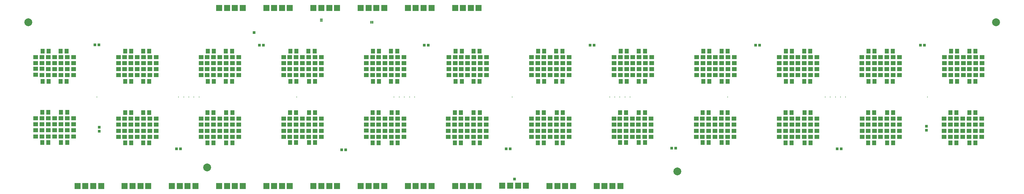
<source format=gts>
G04*
G04 #@! TF.GenerationSoftware,Altium Limited,Altium Designer,18.1.7 (191)*
G04*
G04 Layer_Color=8388736*
%FSLAX44Y44*%
%MOMM*%
G71*
G01*
G75*
%ADD20C,2.0000*%
%ADD21R,1.1332X1.1832*%
%ADD22R,1.1832X1.1332*%
%ADD23R,0.8032X0.8032*%
%ADD24R,0.8032X0.8032*%
%ADD25R,1.6332X1.6332*%
%ADD26R,0.4032X0.8032*%
%ADD27R,0.8032X0.4032*%
%ADD28C,0.2032*%
D20*
X615000Y180000D02*
D03*
X1810000Y170000D02*
D03*
X2620000Y550000D02*
D03*
X160000D02*
D03*
D21*
X195300Y244000D02*
D03*
X210700D02*
D03*
X195300Y321000D02*
D03*
X210700D02*
D03*
X406300Y243000D02*
D03*
X421700D02*
D03*
X615300Y320000D02*
D03*
X630700D02*
D03*
X663300Y243000D02*
D03*
X678700D02*
D03*
X873300Y244000D02*
D03*
X888700D02*
D03*
X1083300Y243000D02*
D03*
X1098700D02*
D03*
X1083300Y320000D02*
D03*
X1098700D02*
D03*
X1035300Y243000D02*
D03*
X1050700D02*
D03*
X1292300Y243000D02*
D03*
X1307700D02*
D03*
X1455300D02*
D03*
X1470700D02*
D03*
X1664300Y244000D02*
D03*
X1679700D02*
D03*
X1874300D02*
D03*
X1889700D02*
D03*
X2133300Y243000D02*
D03*
X2148700D02*
D03*
X2085300Y320000D02*
D03*
X2100700D02*
D03*
X2295300Y243000D02*
D03*
X2310700D02*
D03*
X2295300Y320000D02*
D03*
X2310700D02*
D03*
X2504300Y243000D02*
D03*
X2519700D02*
D03*
X2552300Y320000D02*
D03*
X2567700D02*
D03*
X1874300D02*
D03*
X1889700D02*
D03*
X1712300D02*
D03*
X1727700D02*
D03*
X1455300D02*
D03*
X1470700D02*
D03*
X1244300D02*
D03*
X1259700D02*
D03*
X873300Y320000D02*
D03*
X888700D02*
D03*
X406300Y320000D02*
D03*
X421700D02*
D03*
X1035300Y320000D02*
D03*
X1050700D02*
D03*
X243300Y244000D02*
D03*
X258700D02*
D03*
X452300Y243000D02*
D03*
X467700D02*
D03*
X825300Y244000D02*
D03*
X840700D02*
D03*
X1244300Y243000D02*
D03*
X1259700D02*
D03*
X1503300D02*
D03*
X1518700D02*
D03*
X1712300Y244000D02*
D03*
X1727700D02*
D03*
X1922300D02*
D03*
X1937700D02*
D03*
X663300Y320000D02*
D03*
X678700D02*
D03*
X2504300Y320000D02*
D03*
X2519700D02*
D03*
X2343300D02*
D03*
X2358700D02*
D03*
X2133300D02*
D03*
X2148700D02*
D03*
X615300Y243000D02*
D03*
X630700D02*
D03*
X2085300Y243000D02*
D03*
X2100700D02*
D03*
X2343300D02*
D03*
X2358700D02*
D03*
X2552300D02*
D03*
X2567700D02*
D03*
X1922300Y320000D02*
D03*
X1937700D02*
D03*
X1664300D02*
D03*
X1679700D02*
D03*
X1292300D02*
D03*
X1307700D02*
D03*
X1503300D02*
D03*
X1518700D02*
D03*
X825300Y320000D02*
D03*
X840700D02*
D03*
X243300Y321000D02*
D03*
X258700D02*
D03*
X452300Y320000D02*
D03*
X467700D02*
D03*
X467700Y400000D02*
D03*
X452300D02*
D03*
X421700Y477000D02*
D03*
X406300D02*
D03*
X873300Y400000D02*
D03*
X888700D02*
D03*
X1246600Y400000D02*
D03*
X1262000D02*
D03*
X1246600Y477000D02*
D03*
X1262000D02*
D03*
X1456300Y400000D02*
D03*
X1471700D02*
D03*
X1502300Y477000D02*
D03*
X1517700D02*
D03*
X1712300Y400000D02*
D03*
X1727700D02*
D03*
X2296300Y477000D02*
D03*
X2311700D02*
D03*
X1876300Y400000D02*
D03*
X1891700D02*
D03*
X1712300Y477000D02*
D03*
X1727700D02*
D03*
X1876300D02*
D03*
X1891700D02*
D03*
X2132300Y400000D02*
D03*
X2147700D02*
D03*
X2086300Y477000D02*
D03*
X2101700D02*
D03*
X2342300Y400000D02*
D03*
X2357700D02*
D03*
X2506300D02*
D03*
X2521700D02*
D03*
X2342300Y477000D02*
D03*
X2357700D02*
D03*
X2552300D02*
D03*
X2567700D02*
D03*
X196300Y400000D02*
D03*
X211700D02*
D03*
X1292000D02*
D03*
X1307400D02*
D03*
X662300D02*
D03*
X677700D02*
D03*
X1036300D02*
D03*
X1051700D02*
D03*
X242300D02*
D03*
X257700D02*
D03*
X196300Y477000D02*
D03*
X211700D02*
D03*
X616300Y400000D02*
D03*
X631700D02*
D03*
X826300Y400000D02*
D03*
X841700D02*
D03*
X662300Y477000D02*
D03*
X677700D02*
D03*
X826300Y477000D02*
D03*
X841700D02*
D03*
X1036300Y477000D02*
D03*
X1051700D02*
D03*
X1082300Y400000D02*
D03*
X1097700D02*
D03*
X2296300D02*
D03*
X2311700D02*
D03*
X2506300Y477000D02*
D03*
X2521700D02*
D03*
X406300Y400000D02*
D03*
X421700D02*
D03*
X467700Y477000D02*
D03*
X452300D02*
D03*
X1292000D02*
D03*
X1307400D02*
D03*
X1502300Y400000D02*
D03*
X1517700D02*
D03*
X1456300Y477000D02*
D03*
X1471700D02*
D03*
X1666300Y400000D02*
D03*
X1681700D02*
D03*
X1666300Y477000D02*
D03*
X1681700D02*
D03*
X1922300Y400000D02*
D03*
X1937700D02*
D03*
X1922300Y477000D02*
D03*
X1937700D02*
D03*
X2086300Y400000D02*
D03*
X2101700D02*
D03*
X2132300Y477000D02*
D03*
X2147700D02*
D03*
X2552300Y400000D02*
D03*
X2567700D02*
D03*
X242300Y477000D02*
D03*
X257700D02*
D03*
X616300D02*
D03*
X631700D02*
D03*
X872300Y477000D02*
D03*
X887700D02*
D03*
X1082300Y477000D02*
D03*
X1097700D02*
D03*
D22*
X437000Y273700D02*
D03*
Y258300D02*
D03*
X469000Y273700D02*
D03*
Y258300D02*
D03*
X405000Y273700D02*
D03*
Y258300D02*
D03*
X195000Y259300D02*
D03*
Y274700D02*
D03*
X211000Y305700D02*
D03*
Y290300D02*
D03*
X227000Y259300D02*
D03*
Y274700D02*
D03*
X259000Y274700D02*
D03*
Y259300D02*
D03*
X243000Y305700D02*
D03*
Y290300D02*
D03*
X275000Y290300D02*
D03*
Y305700D02*
D03*
X663000Y273700D02*
D03*
Y258300D02*
D03*
X695000Y273700D02*
D03*
Y258300D02*
D03*
X615000Y258300D02*
D03*
Y273700D02*
D03*
X599000Y304700D02*
D03*
Y289300D02*
D03*
X809000Y258300D02*
D03*
Y273700D02*
D03*
X631000Y304700D02*
D03*
Y289300D02*
D03*
X647000Y273700D02*
D03*
Y258300D02*
D03*
X841000Y273700D02*
D03*
Y258300D02*
D03*
X663000Y304700D02*
D03*
Y289300D02*
D03*
X695000Y304700D02*
D03*
Y289300D02*
D03*
X1083000Y273700D02*
D03*
Y258300D02*
D03*
X873000Y273700D02*
D03*
Y258300D02*
D03*
X905000Y273700D02*
D03*
Y258300D02*
D03*
X1276000Y273700D02*
D03*
Y258300D02*
D03*
X1308000Y273700D02*
D03*
Y258300D02*
D03*
X1244000Y273700D02*
D03*
Y258300D02*
D03*
X1099000Y273700D02*
D03*
Y258300D02*
D03*
X1083000Y289300D02*
D03*
Y304700D02*
D03*
X1324000Y273700D02*
D03*
Y258300D02*
D03*
X1455000Y273700D02*
D03*
Y258300D02*
D03*
X1487000Y273700D02*
D03*
Y258300D02*
D03*
X1519000Y273700D02*
D03*
Y258300D02*
D03*
X1664000Y273700D02*
D03*
Y258300D02*
D03*
X1503000Y304700D02*
D03*
Y289300D02*
D03*
X1535000Y304700D02*
D03*
Y289300D02*
D03*
X1649000Y304700D02*
D03*
Y289300D02*
D03*
X1874000Y273700D02*
D03*
Y258300D02*
D03*
X1906000Y273700D02*
D03*
Y258300D02*
D03*
X1696000Y273700D02*
D03*
Y258300D02*
D03*
X1727000Y273700D02*
D03*
Y258300D02*
D03*
X1680000Y304700D02*
D03*
Y289300D02*
D03*
X1711000Y304700D02*
D03*
Y289300D02*
D03*
X1743000Y304700D02*
D03*
Y289300D02*
D03*
X2133000Y273700D02*
D03*
Y258300D02*
D03*
X2101000Y273700D02*
D03*
Y258300D02*
D03*
X2165000Y273700D02*
D03*
Y258300D02*
D03*
X1938000Y273700D02*
D03*
Y258300D02*
D03*
X2069000Y304700D02*
D03*
Y289300D02*
D03*
X2327000Y273700D02*
D03*
Y258300D02*
D03*
X2295000Y273700D02*
D03*
Y258300D02*
D03*
X2359000Y273700D02*
D03*
Y258300D02*
D03*
X2085000Y273700D02*
D03*
Y258300D02*
D03*
X2101000Y304700D02*
D03*
Y289300D02*
D03*
X2133000Y304700D02*
D03*
Y289300D02*
D03*
X2165000Y304700D02*
D03*
Y289300D02*
D03*
X889000Y289300D02*
D03*
Y304700D02*
D03*
X485000Y304700D02*
D03*
Y289300D02*
D03*
X2536000Y273700D02*
D03*
Y258300D02*
D03*
X2504000Y273700D02*
D03*
Y258300D02*
D03*
X2311000Y304700D02*
D03*
Y289300D02*
D03*
X2280000Y304700D02*
D03*
Y289300D02*
D03*
X2375000Y304700D02*
D03*
Y289300D02*
D03*
X2343000Y304700D02*
D03*
Y289300D02*
D03*
X2552000Y304700D02*
D03*
Y289300D02*
D03*
X1922000Y304700D02*
D03*
Y289300D02*
D03*
X1954000Y304700D02*
D03*
Y289300D02*
D03*
X1858000Y304700D02*
D03*
Y289300D02*
D03*
X1890000Y304700D02*
D03*
Y289300D02*
D03*
X1439000Y304700D02*
D03*
Y289300D02*
D03*
X1471000Y304700D02*
D03*
Y289300D02*
D03*
X1324000Y304700D02*
D03*
Y289300D02*
D03*
X1292000Y304700D02*
D03*
Y289300D02*
D03*
X1260000Y304700D02*
D03*
Y289300D02*
D03*
X1228000Y304700D02*
D03*
Y289300D02*
D03*
X825000Y304700D02*
D03*
Y289300D02*
D03*
X857000Y304700D02*
D03*
Y289300D02*
D03*
X453000Y304700D02*
D03*
Y289300D02*
D03*
X389000Y289300D02*
D03*
Y304700D02*
D03*
X421000Y304700D02*
D03*
Y289300D02*
D03*
X179000Y290300D02*
D03*
Y305700D02*
D03*
X2584000Y304700D02*
D03*
Y289300D02*
D03*
X2504000Y304700D02*
D03*
Y289300D02*
D03*
X2536000Y304700D02*
D03*
Y289300D02*
D03*
X2568000Y273700D02*
D03*
Y258300D02*
D03*
X179000Y274700D02*
D03*
Y259300D02*
D03*
X211000Y259300D02*
D03*
Y274700D02*
D03*
X243000Y259300D02*
D03*
Y274700D02*
D03*
X275000Y259300D02*
D03*
Y274700D02*
D03*
X485000Y273700D02*
D03*
Y258300D02*
D03*
X599000Y258300D02*
D03*
Y273700D02*
D03*
X631000Y258300D02*
D03*
Y273700D02*
D03*
X857000Y258300D02*
D03*
Y273700D02*
D03*
X889000Y273700D02*
D03*
Y258300D02*
D03*
X825000Y258300D02*
D03*
Y273700D02*
D03*
X1019000Y274000D02*
D03*
Y258600D02*
D03*
X1067000Y273700D02*
D03*
Y258300D02*
D03*
X1035000Y273700D02*
D03*
Y258300D02*
D03*
X1051000Y304700D02*
D03*
Y289300D02*
D03*
X1115000Y304700D02*
D03*
Y289300D02*
D03*
X1503000Y273700D02*
D03*
Y258300D02*
D03*
X1535000Y273700D02*
D03*
Y258300D02*
D03*
X1439000Y273700D02*
D03*
Y258300D02*
D03*
X1471000Y273700D02*
D03*
Y258300D02*
D03*
X1680000Y273700D02*
D03*
Y258300D02*
D03*
X1649000Y273700D02*
D03*
Y258300D02*
D03*
X1711000Y273700D02*
D03*
Y258300D02*
D03*
X1743000Y273700D02*
D03*
Y258300D02*
D03*
X1954000Y273700D02*
D03*
Y258300D02*
D03*
X1922000Y273700D02*
D03*
Y258300D02*
D03*
X2069000Y273700D02*
D03*
Y258300D02*
D03*
X2280000Y273700D02*
D03*
Y258300D02*
D03*
X2520000Y304700D02*
D03*
Y289300D02*
D03*
X2488000Y304700D02*
D03*
Y289300D02*
D03*
X2327000Y304700D02*
D03*
Y289300D02*
D03*
X2295000Y304700D02*
D03*
Y289300D02*
D03*
X2359000Y304700D02*
D03*
Y289300D02*
D03*
X2085000Y304700D02*
D03*
Y289300D02*
D03*
X2117000Y304700D02*
D03*
Y289300D02*
D03*
X2149000Y304700D02*
D03*
Y289300D02*
D03*
X1664000Y304700D02*
D03*
Y289300D02*
D03*
X1727000Y304700D02*
D03*
Y289300D02*
D03*
X1696000Y304700D02*
D03*
Y289300D02*
D03*
X1519000Y304700D02*
D03*
Y289300D02*
D03*
X1487000Y304700D02*
D03*
Y289300D02*
D03*
X647000Y304700D02*
D03*
Y289300D02*
D03*
X679000Y304700D02*
D03*
Y289300D02*
D03*
X615000Y304700D02*
D03*
Y289300D02*
D03*
X259000Y305700D02*
D03*
Y290300D02*
D03*
X227000Y305700D02*
D03*
Y290300D02*
D03*
X195000Y305700D02*
D03*
Y290300D02*
D03*
X453000Y273700D02*
D03*
Y258300D02*
D03*
X389000Y273700D02*
D03*
Y258300D02*
D03*
X421000Y273700D02*
D03*
Y258300D02*
D03*
X679000Y273700D02*
D03*
Y258300D02*
D03*
X1115000Y274000D02*
D03*
Y258600D02*
D03*
X1051000Y273700D02*
D03*
Y258300D02*
D03*
X1035000Y304700D02*
D03*
Y289300D02*
D03*
X1292000Y273700D02*
D03*
Y258300D02*
D03*
X1260000Y273700D02*
D03*
Y258300D02*
D03*
X1228000Y273700D02*
D03*
Y258300D02*
D03*
X1858000Y273700D02*
D03*
Y258300D02*
D03*
X1890000Y273700D02*
D03*
Y258300D02*
D03*
X2117000Y273700D02*
D03*
Y258300D02*
D03*
X2149000Y273700D02*
D03*
Y258300D02*
D03*
X2311000Y273700D02*
D03*
Y258300D02*
D03*
X2343000Y273700D02*
D03*
Y258300D02*
D03*
X2375000Y273700D02*
D03*
Y258300D02*
D03*
X469000Y289300D02*
D03*
Y304700D02*
D03*
X2488000Y273700D02*
D03*
Y258300D02*
D03*
X2552000Y273700D02*
D03*
Y258300D02*
D03*
X2520000Y273700D02*
D03*
Y258300D02*
D03*
X1938000Y304700D02*
D03*
Y289300D02*
D03*
X1874000Y304700D02*
D03*
Y289300D02*
D03*
X1906000Y304700D02*
D03*
Y289300D02*
D03*
X1455000Y304700D02*
D03*
Y289300D02*
D03*
X1276000Y304700D02*
D03*
Y289300D02*
D03*
X1308000Y304700D02*
D03*
Y289300D02*
D03*
X1244000Y304700D02*
D03*
Y289300D02*
D03*
X873000Y304700D02*
D03*
Y289300D02*
D03*
X905000Y304700D02*
D03*
Y289300D02*
D03*
X809000Y304700D02*
D03*
Y289300D02*
D03*
X841000Y304700D02*
D03*
Y289300D02*
D03*
X437000Y304700D02*
D03*
Y289300D02*
D03*
X405000Y304700D02*
D03*
Y289300D02*
D03*
X2584000Y273700D02*
D03*
Y258300D02*
D03*
X2568000Y304700D02*
D03*
Y289300D02*
D03*
X1019000Y304700D02*
D03*
Y289300D02*
D03*
X1067000Y304700D02*
D03*
Y289300D02*
D03*
X1099000Y304700D02*
D03*
Y289300D02*
D03*
X195000Y431400D02*
D03*
Y416000D02*
D03*
X227000Y415300D02*
D03*
Y430700D02*
D03*
X259000Y430700D02*
D03*
Y415300D02*
D03*
X421000Y430700D02*
D03*
Y415300D02*
D03*
X453000Y430700D02*
D03*
Y415300D02*
D03*
X485000Y415300D02*
D03*
Y430700D02*
D03*
X405000Y415300D02*
D03*
Y430700D02*
D03*
X389000Y461700D02*
D03*
Y446300D02*
D03*
X421000Y461700D02*
D03*
Y446300D02*
D03*
X453000Y446300D02*
D03*
Y461700D02*
D03*
X485000Y446300D02*
D03*
Y461700D02*
D03*
X599000Y415300D02*
D03*
Y430700D02*
D03*
X631000Y430700D02*
D03*
Y415300D02*
D03*
X663000Y430700D02*
D03*
Y415300D02*
D03*
X695000Y430700D02*
D03*
Y415300D02*
D03*
X809000Y430700D02*
D03*
Y415300D02*
D03*
X873000Y430700D02*
D03*
Y415300D02*
D03*
X841000Y430700D02*
D03*
Y415300D02*
D03*
X857000Y430700D02*
D03*
Y415300D02*
D03*
X809000Y461700D02*
D03*
Y446300D02*
D03*
X1035000Y430700D02*
D03*
Y415300D02*
D03*
X1067000Y430700D02*
D03*
Y415300D02*
D03*
X1099000Y430700D02*
D03*
Y415300D02*
D03*
X1051000Y461700D02*
D03*
Y446300D02*
D03*
X1083000Y461700D02*
D03*
Y446300D02*
D03*
X1115000Y461700D02*
D03*
Y446300D02*
D03*
X1277000Y430700D02*
D03*
Y415300D02*
D03*
X1309000Y430700D02*
D03*
Y415300D02*
D03*
X1245000Y430700D02*
D03*
Y415300D02*
D03*
X1519000Y430700D02*
D03*
Y415300D02*
D03*
X1439000Y430700D02*
D03*
Y415300D02*
D03*
X1471000Y430700D02*
D03*
Y415300D02*
D03*
X1503000Y430700D02*
D03*
Y415300D02*
D03*
X1455000Y461700D02*
D03*
Y446300D02*
D03*
X1487000Y461700D02*
D03*
Y446300D02*
D03*
X1519000Y461700D02*
D03*
Y446300D02*
D03*
X1649000Y430700D02*
D03*
Y415300D02*
D03*
X1745000Y430700D02*
D03*
Y415300D02*
D03*
X1713000Y430700D02*
D03*
Y415300D02*
D03*
X1681000Y430700D02*
D03*
Y415300D02*
D03*
X1665000Y461700D02*
D03*
Y446300D02*
D03*
X1697000Y461700D02*
D03*
Y446300D02*
D03*
X1907000Y430700D02*
D03*
Y415300D02*
D03*
X1939000Y430700D02*
D03*
Y415300D02*
D03*
X1875000Y430700D02*
D03*
Y415300D02*
D03*
X1859000Y461700D02*
D03*
Y446300D02*
D03*
X1891000Y461700D02*
D03*
Y446300D02*
D03*
X1923000Y461700D02*
D03*
Y446300D02*
D03*
X1955000Y461700D02*
D03*
Y446300D02*
D03*
X2069000Y430700D02*
D03*
Y415300D02*
D03*
X2101000Y430700D02*
D03*
Y415300D02*
D03*
X2133000Y430700D02*
D03*
Y415300D02*
D03*
X2165000Y430700D02*
D03*
Y415300D02*
D03*
X2069000Y461700D02*
D03*
Y446300D02*
D03*
X2101000Y461700D02*
D03*
Y446300D02*
D03*
X2133000Y461700D02*
D03*
Y446300D02*
D03*
X2165000Y461700D02*
D03*
Y446300D02*
D03*
X2521000Y461700D02*
D03*
Y446300D02*
D03*
X2553000Y461700D02*
D03*
Y446300D02*
D03*
X2311000Y430700D02*
D03*
Y415300D02*
D03*
X2279000Y430700D02*
D03*
Y415300D02*
D03*
X2375000Y430700D02*
D03*
Y415300D02*
D03*
X2343000Y430700D02*
D03*
Y415300D02*
D03*
X2327000Y461700D02*
D03*
Y446300D02*
D03*
X2295000Y461700D02*
D03*
Y446300D02*
D03*
X2359000Y461700D02*
D03*
Y446300D02*
D03*
X2505000Y430700D02*
D03*
Y415300D02*
D03*
X2537000Y430700D02*
D03*
Y415300D02*
D03*
X2585000Y461700D02*
D03*
Y446300D02*
D03*
X2505000Y461700D02*
D03*
Y446300D02*
D03*
X2569000Y430700D02*
D03*
Y415300D02*
D03*
X275000Y430700D02*
D03*
Y415300D02*
D03*
X243000Y415300D02*
D03*
Y430700D02*
D03*
X179000Y446300D02*
D03*
Y461700D02*
D03*
X211000Y461700D02*
D03*
Y446300D02*
D03*
X243000Y461700D02*
D03*
Y446300D02*
D03*
X275000Y446300D02*
D03*
Y461700D02*
D03*
X389000Y415300D02*
D03*
Y430700D02*
D03*
X647000Y430700D02*
D03*
Y415300D02*
D03*
X679000Y415300D02*
D03*
Y430700D02*
D03*
X615000Y430700D02*
D03*
Y415300D02*
D03*
Y461700D02*
D03*
Y446300D02*
D03*
X647000Y461700D02*
D03*
Y446300D02*
D03*
X679000Y461700D02*
D03*
Y446300D02*
D03*
X825000Y430700D02*
D03*
Y415300D02*
D03*
X857000Y461700D02*
D03*
Y446300D02*
D03*
X905000Y461700D02*
D03*
Y446300D02*
D03*
X1019000Y430700D02*
D03*
Y415300D02*
D03*
X1083000Y430700D02*
D03*
Y415300D02*
D03*
X1115000Y430700D02*
D03*
Y415300D02*
D03*
X1051000Y430700D02*
D03*
Y415300D02*
D03*
X1019000Y461700D02*
D03*
Y446300D02*
D03*
X1229000Y461700D02*
D03*
Y446300D02*
D03*
X1261000Y461700D02*
D03*
Y446300D02*
D03*
X1293000Y461700D02*
D03*
Y446300D02*
D03*
X1325000Y461700D02*
D03*
Y446300D02*
D03*
X1455000Y430700D02*
D03*
Y415300D02*
D03*
X1487000Y430700D02*
D03*
Y415300D02*
D03*
X2311000Y461700D02*
D03*
Y446300D02*
D03*
X2279000Y461700D02*
D03*
Y446300D02*
D03*
X2375000Y461700D02*
D03*
Y446300D02*
D03*
X2343000Y461700D02*
D03*
Y446300D02*
D03*
X1729000Y461700D02*
D03*
Y446300D02*
D03*
X1891000Y430700D02*
D03*
Y415300D02*
D03*
X1859000Y430700D02*
D03*
Y415300D02*
D03*
X2327000Y430700D02*
D03*
Y415300D02*
D03*
X2295000Y430700D02*
D03*
Y415300D02*
D03*
X2489000Y461700D02*
D03*
Y446300D02*
D03*
X2359000Y430700D02*
D03*
Y415300D02*
D03*
X211000Y430700D02*
D03*
Y415300D02*
D03*
X179000Y431700D02*
D03*
Y416300D02*
D03*
X437000Y415300D02*
D03*
Y430700D02*
D03*
X469000Y415300D02*
D03*
Y430700D02*
D03*
X405000Y446300D02*
D03*
Y461700D02*
D03*
X437000Y446300D02*
D03*
Y461700D02*
D03*
X469000Y461700D02*
D03*
Y446300D02*
D03*
X695000Y461700D02*
D03*
Y446300D02*
D03*
X905000Y430700D02*
D03*
Y415300D02*
D03*
X889000Y430700D02*
D03*
Y415300D02*
D03*
X841000Y461700D02*
D03*
Y446300D02*
D03*
X1035000Y461700D02*
D03*
Y446300D02*
D03*
X1067000Y461700D02*
D03*
Y446300D02*
D03*
X1099000Y461700D02*
D03*
Y446300D02*
D03*
X1325000Y430700D02*
D03*
Y415300D02*
D03*
X1293000Y430700D02*
D03*
Y415300D02*
D03*
X1261000Y430700D02*
D03*
Y415300D02*
D03*
X1229000Y430700D02*
D03*
Y415300D02*
D03*
X1535000Y430700D02*
D03*
Y415300D02*
D03*
X1439000Y461700D02*
D03*
Y446300D02*
D03*
X1471000Y461700D02*
D03*
Y446300D02*
D03*
X1503000Y461700D02*
D03*
Y446300D02*
D03*
X1535000Y461700D02*
D03*
Y446300D02*
D03*
X1665000Y430700D02*
D03*
Y415300D02*
D03*
X1729000Y430700D02*
D03*
Y415300D02*
D03*
X1697000Y430700D02*
D03*
Y415300D02*
D03*
X1649000Y461700D02*
D03*
Y446300D02*
D03*
X1681000Y461700D02*
D03*
Y446300D02*
D03*
X1713000Y461700D02*
D03*
Y446300D02*
D03*
X1923000Y430700D02*
D03*
Y415300D02*
D03*
X1955000Y430700D02*
D03*
Y415300D02*
D03*
X1875000Y461700D02*
D03*
Y446300D02*
D03*
X1907000Y461700D02*
D03*
Y446300D02*
D03*
X1939000Y461700D02*
D03*
Y446300D02*
D03*
X2085000Y430700D02*
D03*
Y415300D02*
D03*
X2117000Y430700D02*
D03*
Y415300D02*
D03*
X2149000Y430700D02*
D03*
Y415300D02*
D03*
X2085000Y461700D02*
D03*
Y446300D02*
D03*
X2117000Y461700D02*
D03*
Y446300D02*
D03*
X2149000Y461700D02*
D03*
Y446300D02*
D03*
X2537000Y461700D02*
D03*
Y446300D02*
D03*
X2521000Y430700D02*
D03*
Y415300D02*
D03*
X2553000Y430700D02*
D03*
Y415300D02*
D03*
X2489000Y430700D02*
D03*
Y415300D02*
D03*
X2569000Y461700D02*
D03*
Y446300D02*
D03*
X2585000Y430700D02*
D03*
Y415300D02*
D03*
X195000Y446300D02*
D03*
Y461700D02*
D03*
X227000Y461700D02*
D03*
Y446300D02*
D03*
X259000Y446300D02*
D03*
Y461700D02*
D03*
X599000Y461700D02*
D03*
Y446300D02*
D03*
X631000Y446300D02*
D03*
Y461700D02*
D03*
X663000Y461700D02*
D03*
Y446300D02*
D03*
X825000Y461700D02*
D03*
Y446300D02*
D03*
X873000Y461700D02*
D03*
Y446300D02*
D03*
X889000Y461700D02*
D03*
Y446300D02*
D03*
X1245000Y461700D02*
D03*
Y446300D02*
D03*
X1277000Y461700D02*
D03*
Y446300D02*
D03*
X1309000Y461700D02*
D03*
Y446300D02*
D03*
X1745000Y461700D02*
D03*
Y446300D02*
D03*
D23*
X340000Y272920D02*
D03*
Y283080D02*
D03*
X2443000Y285080D02*
D03*
Y274920D02*
D03*
D24*
X967080Y225000D02*
D03*
X956920D02*
D03*
X1795920Y229000D02*
D03*
X1806080D02*
D03*
X547080Y228000D02*
D03*
X536920D02*
D03*
X1385080Y228000D02*
D03*
X1374920D02*
D03*
X2216920Y228000D02*
D03*
X2227080D02*
D03*
X2427920Y492000D02*
D03*
X2438080D02*
D03*
X1587920D02*
D03*
X1598080D02*
D03*
X1166920D02*
D03*
X1177080D02*
D03*
X2008920Y492000D02*
D03*
X2019080D02*
D03*
X758080Y492000D02*
D03*
X747920D02*
D03*
X339080Y493000D02*
D03*
X328920D02*
D03*
D25*
X705000Y133000D02*
D03*
X685000D02*
D03*
X665000D02*
D03*
X645000D02*
D03*
X1305000Y587000D02*
D03*
X1285000D02*
D03*
X1265000D02*
D03*
X1245000D02*
D03*
X1185000D02*
D03*
X1165000D02*
D03*
X1145000D02*
D03*
X1125000D02*
D03*
X1065000Y587000D02*
D03*
X1045000D02*
D03*
X1025000D02*
D03*
X1005000D02*
D03*
X945000D02*
D03*
X925000D02*
D03*
X905000D02*
D03*
X885000D02*
D03*
X825000D02*
D03*
X805000D02*
D03*
X785000D02*
D03*
X765000D02*
D03*
X705000D02*
D03*
X685000D02*
D03*
X665000D02*
D03*
X645000D02*
D03*
X1605000Y133000D02*
D03*
X1625000D02*
D03*
X1645000D02*
D03*
X1665000D02*
D03*
X1485000Y133000D02*
D03*
X1505000D02*
D03*
X1525000D02*
D03*
X1545000D02*
D03*
X1365000Y133500D02*
D03*
X1385000D02*
D03*
X1405000D02*
D03*
X1425000D02*
D03*
X1245000Y133000D02*
D03*
X1265000D02*
D03*
X1285000D02*
D03*
X1305000D02*
D03*
X1125000Y132500D02*
D03*
X1145000D02*
D03*
X1165000D02*
D03*
X1185000D02*
D03*
X1005000Y133000D02*
D03*
X1025000D02*
D03*
X1045000D02*
D03*
X1065000D02*
D03*
X885000D02*
D03*
X905000D02*
D03*
X925000D02*
D03*
X945000D02*
D03*
X765000D02*
D03*
X785000D02*
D03*
X805000D02*
D03*
X825000D02*
D03*
X525000Y133000D02*
D03*
X545000D02*
D03*
X565000D02*
D03*
X585000D02*
D03*
X405000D02*
D03*
X425000D02*
D03*
X445000D02*
D03*
X465000D02*
D03*
X285000D02*
D03*
X305000D02*
D03*
X325000D02*
D03*
X345000D02*
D03*
D26*
X1031000Y550000D02*
D03*
X1035000D02*
D03*
X1398000Y151000D02*
D03*
X1394000D02*
D03*
X732000Y524000D02*
D03*
X736000D02*
D03*
D27*
X905000Y554000D02*
D03*
Y558000D02*
D03*
D28*
X334000Y360000D02*
D03*
X2186000D02*
D03*
X2238000D02*
D03*
X2225000D02*
D03*
X2212000D02*
D03*
X2199000D02*
D03*
X2446000D02*
D03*
X1638000D02*
D03*
X1690000D02*
D03*
X1677000D02*
D03*
X1664000D02*
D03*
X1651000D02*
D03*
X1938000D02*
D03*
X1090000D02*
D03*
X1142000D02*
D03*
X1129000D02*
D03*
X1116000D02*
D03*
X1103000D02*
D03*
X1390000D02*
D03*
X842000D02*
D03*
X555000D02*
D03*
X568000D02*
D03*
X581000D02*
D03*
X594000D02*
D03*
X542000D02*
D03*
M02*

</source>
